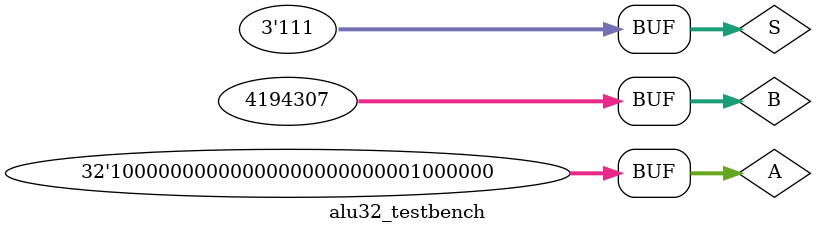
<source format=v>
`define DELAY 10

module alu32_testbench();
reg [31:0] A,B;
reg [2:0] S;
wire [31:0] R;
alu32 alu(R, A, B, S);

initial begin
// AND
S = 3'b000; 
A = 32'b01111011111111111111111111111110;
B = 32'b11111111111111111100001111111111;
#`DELAY;
A = 32'b01111011111111111111100011111110;
B = 32'b11111111100011111100001111111111;
#`DELAY;
A = 32'b01111011111110000011111111111110;
B = 32'b00100011100011111100001111111111;
#`DELAY;

// OR
S = 3'b001;
A = 32'b01111011111110000011111111111110;
B = 32'b11111111100011111100001111100011;
#`DELAY;
A = 32'b01111011111111000000000000000110;
B = 32'b11111111100011111100001111111111;
#`DELAY;
A = 32'b01111011111110000011111111111110;
B = 32'b11111111100011111100001111111111;
#`DELAY;

// Addition
S = 3'b010;
A = 32'b00000000000000000000000000000010;
B = 4;
#`DELAY;
A = 12;
B = 25;
#`DELAY;
A = 8692468;
B = 307532;
#`DELAY;

// XOR
S = 3'b011;
A = 32'b01010101010101010101010101010101;
B = 32'b10101010101010101010101010101010;
#`DELAY;
A = 32'b00011011100111111110000111001010;
B = 32'b11001101100000001111110000000111;
#`DELAY;
A = 32'b01101110111111111110000111111111;
B = 32'b01111111111111111111111111111111;
#`DELAY;

// Subtraction
S = 3'b100;
A = 32'b00000000000000000000000000000110;
B = 4;
#`DELAY;
A = 25;
B = 12;
#`DELAY;
A = 8692468;
B = 692468;
#`DELAY;

// Arithmetic Right Shift
S = 3'b101;
A = 32'b00000000000000000000000000001000;
B = 32'b00000000000000000000000000000001;
#`DELAY;
A = 32'b11111111111111111110000011111100;
B = 32'b00000000000000000000000000011111;
#`DELAY;
A = 32'b11111111100000000011110000000000;
B = 32'b00000000000000000000000000000011;
#`DELAY;

// Left Shift
S = 3'b110;
A = 32'b00000000000000000000000000001000;
B = 32'b00000000000000000000000000000001;
#`DELAY;
A = 32'b11111111111111111110000011111101;
B = 32'b00000000000000000000000000011110;
#`DELAY;
A = 32'b10000000000000000000000000000000;
B = 32'b00000000000000000000000000000011;
#`DELAY;

// NOR
S = 3'b111;
A = 32'b11111100000000000000000000001000;
B = 32'b00000000111111111100000000000001;
#`DELAY;
A = 32'b11111111111111111110010011111101;
B = 32'b00000000000000011111100000011110;
#`DELAY;
A = 32'b10000000000000000000000001000000;
B = 32'b00000000010000000000000000000011;
#`DELAY;
end

initial begin
$monitor("time = %2d, A = %32b, B=%32b, R=%32b, S=%3b", $time, A, B, R, S);
end

endmodule
</source>
